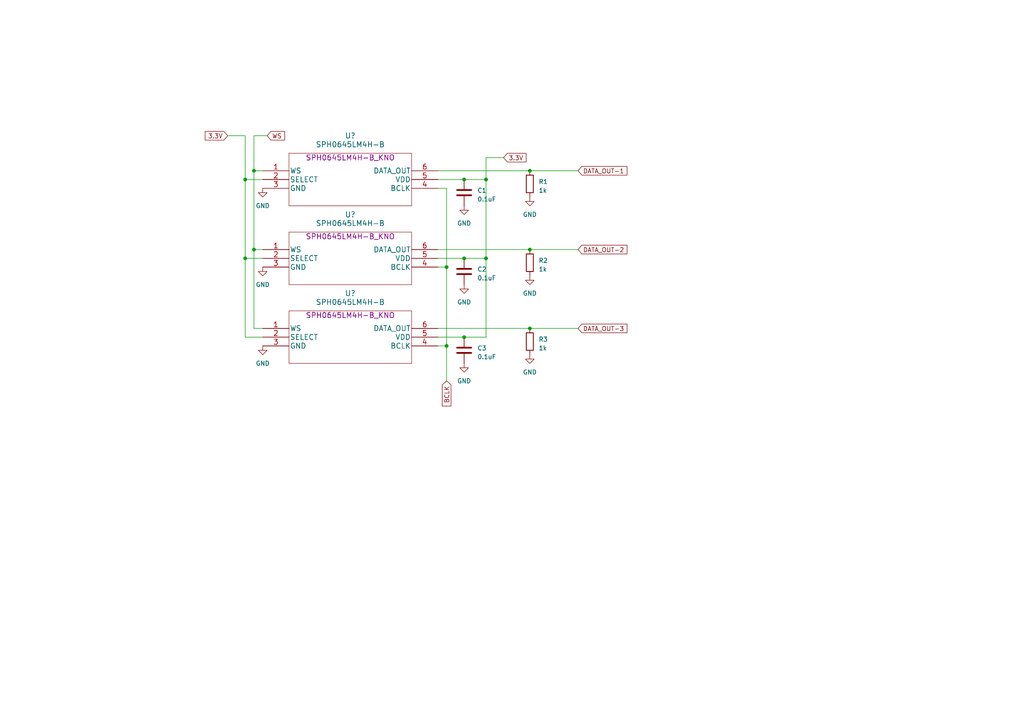
<source format=kicad_sch>
(kicad_sch (version 20230121) (generator eeschema)
  (paper "A4")
  (lib_symbols
    (symbol "Device:C" (pin_numbers hide) (pin_names (offset 0.254))
      (property "Reference" "C" (at 0.635 2.54 0))
      (property "Value" "C" (at 0.635 -2.54 0))
      (symbol "C_0_1"
        (polyline (pts (xy -2.032 -0.762) (xy 2.032 -0.762)) (stroke (width 0.508)))
        (polyline (pts (xy -2.032 0.762) (xy 2.032 0.762)) (stroke (width 0.508)))
      )
      (symbol "C_1_1"
        (pin passive line (at 0 3.81 270) (length 2.794) (name "~") (number "1"))
        (pin passive line (at 0 -3.81 90) (length 2.794) (name "~") (number "2"))
      )
    )
    (symbol "Device:R" (pin_numbers hide) (pin_names (offset 0))
      (property "Reference" "R" (at 2.032 0 90))
      (property "Value" "R" (at 0 0 90))
      (symbol "R_0_1"
        (rectangle (start -1.016 -2.54) (end 1.016 2.54) (stroke (width 0.254)))
      )
      (symbol "R_1_1"
        (pin passive line (at 0 3.81 270) (length 1.27) (name "~") (number "1"))
        (pin passive line (at 0 -3.81 90) (length 1.27) (name "~") (number "2"))
      )
    )
    (symbol "SensU_Microphone_parts:SPH0645LM4H-B" (pin_names (offset 0.254))
      (property "Reference" "U" (at 25.4 10.16 0))
      (property "Value" "SPH0645LM4H-B" (at 25.4 7.62 0))
      (symbol "SPH0645LM4H-B_1_1"
        (polyline (pts (xy 7.62 -10.16) (xy 43.18 -10.16)) (stroke (width 0.127)))
        (polyline (pts (xy 7.62 5.08) (xy 7.62 -10.16)) (stroke (width 0.127)))
        (polyline (pts (xy 43.18 -10.16) (xy 43.18 5.08)) (stroke (width 0.127)))
        (polyline (pts (xy 43.18 5.08) (xy 7.62 5.08)) (stroke (width 0.127)))
        (pin input line (at 0 0 0) (length 7.62) (name "WS") (number "1"))
        (pin input line (at 0 -2.54 0) (length 7.62) (name "SELECT") (number "2"))
        (pin power_in line (at 0 -5.08 0) (length 7.62) (name "GND") (number "3"))
        (pin input line (at 50.8 -5.08 180) (length 7.62) (name "BCLK") (number "4"))
        (pin power_in line (at 50.8 -2.54 180) (length 7.62) (name "VDD") (number "5"))
        (pin output line (at 50.8 0 180) (length 7.62) (name "DATA_OUT") (number "6"))
      )
    )
    (symbol "power:GND" (power) (pin_names (offset 0))
      (property "Value" "GND" (at 0 -3.81 0))
      (symbol "GND_0_1"
        (polyline (pts (xy 0 0) (xy 0 -1.27) (xy 1.27 -1.27) (xy 0 -2.54) (xy -1.27 -1.27) (xy 0 -1.27)))
      )
      (symbol "GND_1_1"
        (pin power_in line (at 0 0 270) (length 0) hide (name "GND") (number "1"))
      )
    )
  )
  (junction (at 140.97 74.93))
  (junction (at 140.97 52.07))
  (junction (at 129.54 100.33))
  (junction (at 71.12 52.07))
  (junction (at 73.66 72.39))
  (junction (at 134.62 52.07))
  (junction (at 73.66 49.53))
  (junction (at 129.54 77.47))
  (junction (at 71.12 74.93))
  (junction (at 153.67 95.25))
  (junction (at 153.67 49.53))
  (junction (at 153.67 72.39))
  (junction (at 134.62 74.93))
  (junction (at 134.62 97.79))
  (wire (pts (xy 127 97.79) (xy 134.62 97.79)))
  (wire (pts (xy 153.67 95.25) (xy 167.64 95.25)))
  (wire (pts (xy 73.66 39.37) (xy 73.66 49.53)))
  (wire (pts (xy 146.05 45.72) (xy 140.97 45.72)))
  (wire (pts (xy 140.97 74.93) (xy 140.97 52.07)))
  (wire (pts (xy 71.12 52.07) (xy 76.2 52.07)))
  (wire (pts (xy 73.66 95.25) (xy 73.66 72.39)))
  (wire (pts (xy 71.12 39.37) (xy 71.12 52.07)))
  (wire (pts (xy 127 74.93) (xy 134.62 74.93)))
  (wire (pts (xy 140.97 45.72) (xy 140.97 52.07)))
  (wire (pts (xy 76.2 97.79) (xy 71.12 97.79)))
  (wire (pts (xy 129.54 54.61) (xy 129.54 77.47)))
  (wire (pts (xy 127 52.07) (xy 134.62 52.07)))
  (wire (pts (xy 129.54 100.33) (xy 129.54 77.47)))
  (wire (pts (xy 153.67 72.39) (xy 167.64 72.39)))
  (wire (pts (xy 127 49.53) (xy 153.67 49.53)))
  (wire (pts (xy 134.62 74.93) (xy 140.97 74.93)))
  (wire (pts (xy 73.66 49.53) (xy 73.66 72.39)))
  (wire (pts (xy 76.2 74.93) (xy 71.12 74.93)))
  (wire (pts (xy 127 100.33) (xy 129.54 100.33)))
  (wire (pts (xy 127 72.39) (xy 153.67 72.39)))
  (wire (pts (xy 129.54 100.33) (xy 129.54 110.49)))
  (wire (pts (xy 76.2 95.25) (xy 73.66 95.25)))
  (wire (pts (xy 153.67 49.53) (xy 167.64 49.53)))
  (wire (pts (xy 66.04 39.37) (xy 71.12 39.37)))
  (wire (pts (xy 73.66 72.39) (xy 76.2 72.39)))
  (wire (pts (xy 134.62 97.79) (xy 140.97 97.79)))
  (wire (pts (xy 71.12 52.07) (xy 71.12 74.93)))
  (wire (pts (xy 127 95.25) (xy 153.67 95.25)))
  (wire (pts (xy 134.62 52.07) (xy 140.97 52.07)))
  (wire (pts (xy 71.12 97.79) (xy 71.12 74.93)))
  (wire (pts (xy 140.97 97.79) (xy 140.97 74.93)))
  (wire (pts (xy 129.54 77.47) (xy 127 77.47)))
  (wire (pts (xy 127 54.61) (xy 129.54 54.61)))
  (wire (pts (xy 76.2 49.53) (xy 73.66 49.53)))
  (wire (pts (xy 77.47 39.37) (xy 73.66 39.37)))
  (global_label "DATA_OUT-3" (shape input) (at 167.64 95.25 0) (property "Intersheetrefs" "${INTERSHEET_REFS}" (effects hide)))
  (global_label "WS" (shape input) (at 77.47 39.37 0) (property "Intersheetrefs" "${INTERSHEET_REFS}" (effects hide)))
  (global_label "3.3V" (shape input) (at 146.05 45.72 0) (property "Intersheetrefs" "${INTERSHEET_REFS}" (effects hide)))
  (global_label "DATA_OUT-1" (shape input) (at 167.64 49.53 0) (property "Intersheetrefs" "${INTERSHEET_REFS}" (effects hide)))
  (global_label "DATA_OUT-2" (shape input) (at 167.64 72.39 0) (property "Intersheetrefs" "${INTERSHEET_REFS}" (effects hide)))
  (global_label "BCLK" (shape input) (at 129.54 110.49 270) (property "Intersheetrefs" "${INTERSHEET_REFS}" (effects hide)))
  (global_label "3.3V" (shape input) (at 66.04 39.37 180) (property "Intersheetrefs" "${INTERSHEET_REFS}" (effects hide)))
  (symbol (lib_id "Device:C") (at 134.62 78.74 0) (unit 1)
    (property "Reference" "C2" (at 138.43 78.105 0) (effects (justify left)))
    (property "Value" "0.1uF" (at 138.43 80.645 0) (effects (justify left)))
    (property "Footprint" "Capacitor_SMD:C_0603_1608Metric_Pad1.08x0.95mm_HandSolder" (effects hide))
  )
  (symbol (lib_id "SensU_Microphone_parts:SPH0645LM4H-B") (at 76.2 72.39 0) (unit 1)
    (property "Reference" "U?" (at 101.6 62.23 0) (effects (font (size 1.524 1.524))))
    (property "Value" "SPH0645LM4H-B" (at 101.6 64.77 0) (effects (font (size 1.524 1.524))))
    (property "Footprint" "SPH0645LM4H-B_KNO" (at 101.6 68.58 0) (effects (font (size 1.524 1.524))))
    (instances (project "SenseU_Microphoneboard" (path "" (reference "U?") (unit 1)) (path "" (reference "U2") (unit 1))))
  )
  (symbol (lib_id "power:GND") (at 134.62 82.55 0) (unit 1)
    (property "Reference" "#PWR05" (effects hide))
    (property "Value" "GND" (at 134.62 87.63 0))
  )
  (symbol (lib_id "power:GND") (at 153.67 57.15 0) (unit 1)
    (property "Reference" "#PWR07" (effects hide))
    (property "Value" "GND" (at 153.67 62.23 0))
  )
  (symbol (lib_id "Device:R") (at 153.67 76.2 0) (unit 1)
    (property "Reference" "R2" (at 156.21 75.565 0) (effects (justify left)))
    (property "Value" "1k" (at 156.21 78.105 0) (effects (justify left)))
    (property "Footprint" "Resistor_SMD:R_0603_1608Metric_Pad0.98x0.95mm_HandSolder" (effects hide))
  )
  (symbol (lib_id "power:GND") (at 76.2 54.61 0) (unit 1)
    (property "Reference" "#PWR01" (effects hide))
    (property "Value" "GND" (at 76.2 59.69 0))
  )
  (symbol (lib_id "Device:R") (at 153.67 53.34 0) (unit 1)
    (property "Reference" "R1" (at 156.21 52.705 0) (effects (justify left)))
    (property "Value" "1k" (at 156.21 55.245 0) (effects (justify left)))
    (property "Footprint" "Resistor_SMD:R_0603_1608Metric_Pad0.98x0.95mm_HandSolder" (effects hide))
  )
  (symbol (lib_id "SensU_Microphone_parts:SPH0645LM4H-B") (at 76.2 49.53 0) (unit 1)
    (property "Reference" "U?" (at 101.6 39.37 0) (effects (font (size 1.524 1.524))))
    (property "Value" "SPH0645LM4H-B" (at 101.6 41.91 0) (effects (font (size 1.524 1.524))))
    (property "Footprint" "SPH0645LM4H-B_KNO" (at 101.6 45.72 0) (effects (font (size 1.524 1.524))))
    (instances (project "SenseU_Microphoneboard" (path "" (reference "U?") (unit 1)) (path "" (reference "U1") (unit 1))))
  )
  (symbol (lib_id "power:GND") (at 134.62 59.69 0) (unit 1)
    (property "Reference" "#PWR04" (effects hide))
    (property "Value" "GND" (at 134.62 64.77 0))
  )
  (symbol (lib_id "power:GND") (at 153.67 102.87 0) (unit 1)
    (property "Reference" "#PWR09" (effects hide))
    (property "Value" "GND" (at 153.67 107.95 0))
  )
  (symbol (lib_id "Device:C") (at 134.62 101.6 0) (unit 1)
    (property "Reference" "C3" (at 138.43 100.965 0) (effects (justify left)))
    (property "Value" "0.1uF" (at 138.43 103.505 0) (effects (justify left)))
    (property "Footprint" "Capacitor_SMD:C_0603_1608Metric_Pad1.08x0.95mm_HandSolder" (effects hide))
  )
  (symbol (lib_id "power:GND") (at 76.2 100.33 0) (unit 1)
    (property "Reference" "#PWR03" (effects hide))
    (property "Value" "GND" (at 76.2 105.41 0))
  )
  (symbol (lib_id "power:GND") (at 134.62 105.41 0) (unit 1)
    (property "Reference" "#PWR06" (effects hide))
    (property "Value" "GND" (at 134.62 110.49 0))
  )
  (symbol (lib_id "power:GND") (at 153.67 80.01 0) (unit 1)
    (property "Reference" "#PWR08" (effects hide))
    (property "Value" "GND" (at 153.67 85.09 0))
  )
  (symbol (lib_id "Device:C") (at 134.62 55.88 0) (unit 1)
    (property "Reference" "C1" (at 138.43 55.245 0) (effects (justify left)))
    (property "Value" "0.1uF" (at 138.43 57.785 0) (effects (justify left)))
    (property "Footprint" "Capacitor_SMD:C_0603_1608Metric_Pad1.08x0.95mm_HandSolder" (effects hide))
  )
  (symbol (lib_id "power:GND") (at 76.2 77.47 0) (unit 1)
    (property "Reference" "#PWR02" (effects hide))
    (property "Value" "GND" (at 76.2 82.55 0))
  )
  (symbol (lib_id "SensU_Microphone_parts:SPH0645LM4H-B") (at 76.2 95.25 0) (unit 1)
    (property "Reference" "U?" (at 101.6 85.09 0) (effects (font (size 1.524 1.524))))
    (property "Value" "SPH0645LM4H-B" (at 101.6 87.63 0) (effects (font (size 1.524 1.524))))
    (property "Footprint" "SPH0645LM4H-B_KNO" (at 101.6 91.44 0) (effects (font (size 1.524 1.524))))
    (instances (project "SenseU_Microphoneboard" (path "" (reference "U?") (unit 1)) (path "" (reference "U3") (unit 1))))
  )
  (symbol (lib_id "Device:R") (at 153.67 99.06 0) (unit 1)
    (property "Reference" "R3" (at 156.21 98.425 0) (effects (justify left)))
    (property "Value" "1k" (at 156.21 100.965 0) (effects (justify left)))
    (property "Footprint" "Resistor_SMD:R_0603_1608Metric_Pad0.98x0.95mm_HandSolder" (effects hide))
  )
)
</source>
